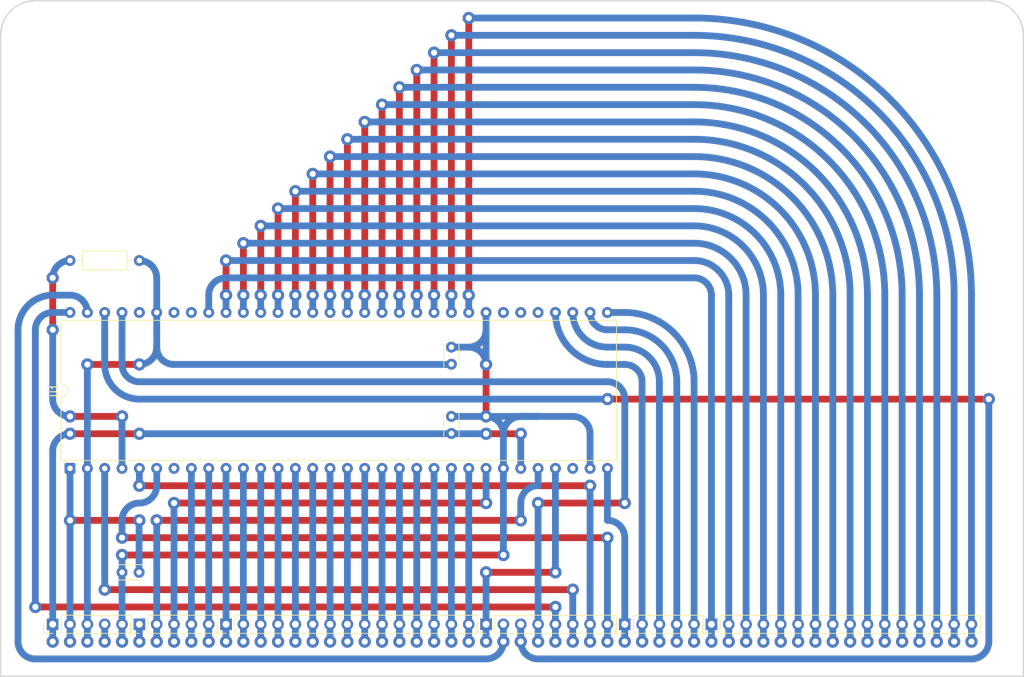
<source format=kicad_pcb>
(kicad_pcb (version 20241229) (generator "pcbnew") (generator_version "9.0")
  (layers (0 "F.Cu" signal) (2 "B.Cu" signal) (13 "F.Paste" user) (15 "B.Paste" user) (5 "F.SilkS" user "F.Silkscreen") (7 "B.SilkS" user "B.Silkscreen") (1 "F.Mask" user) (3 "B.Mask" user) (25 "Edge.Cuts" user))
  (net 0 "")
  (net 1 "PHI1")
  (net 2 "PHI4")
  (net 3 "GND")
  (net 4 "-5V")
  (net 5 "+12V")
  (net 6 "+5V")
  (net 7 "/{slash}HOLD")
  (net 8 "/WAIT")
  (net 9 "/HOLDA")
  (net 10 "/READY")
  (net 11 "/{slash}RESET")
  (net 12 "/DBIN")
  (net 13 "/{slash}WE")
  (net 14 "/{slash}MEMIN")
  (net 15 "/AD10")
  (net 16 "/AD8")
  (net 17 "/AD15")
  (net 18 "/AD3")
  (net 19 "/AD2")
  (net 20 "/AD7")
  (net 21 "/AD13")
  (net 22 "/AD4")
  (net 23 "/AD5")
  (net 24 "/AD14")
  (net 25 "/AD12")
  (net 26 "/AD1")
  (net 27 "/AD9")
  (net 28 "/AD11")
  (net 29 "/AD6")
  (net 30 "/DA5")
  (net 31 "/DA7")
  (net 32 "/DA15")
  (net 33 "/DA8")
  (net 34 "/DA2")
  (net 35 "/DA1")
  (net 36 "/DA14")
  (net 37 "/DA10")
  (net 38 "/DA0")
  (net 39 "/DA6")
  (net 40 "/DA4")
  (net 41 "/DA3")
  (net 42 "/DA13")
  (net 43 "/DA12")
  (net 44 "/DA9")
  (net 45 "/DA11")
  (net 46 "/IC2")
  (net 47 "/IC1")
  (net 48 "/IC3")
  (net 49 "/IC0")
  (net 50 "/IRQ")
  (net 51 "-12V")
  (net 52 "PHI2")
  (net 53 "PHI3")
  (net 54 "unconnected-(J7-Pin_1-Pad1)")
  (net 55 "Net-(U1-LOAD)")
  (footprint "Connector_PinHeader_2.54mm:PinHeader_1x05_P2.54mm_Vertical" (layer "F.Cu") (at 378.46 378.46 90)
    (property "Reference" "J5" (hide yes))
    (property "Value" "Conn_01x05_Pin" (hide yes))
    (pad "1" thru_hole rect (at 0 0 90) (size 1.7 1.7) (drill 1) (layers "*.Cu" "*.Mask") (net 5 "+12V"))
    (pad "2" thru_hole oval (at 0 2.54 90) (size 1.7 1.7) (drill 1) (layers "*.Cu" "*.Mask") (net 4 "-5V"))
    (pad "3" thru_hole oval (at 0 5.08 90) (size 1.7 1.7) (drill 1) (layers "*.Cu" "*.Mask") (net 6 "+5V"))
    (pad "4" thru_hole oval (at 0 7.62 90) (size 1.7 1.7) (drill 1) (layers "*.Cu" "*.Mask") (net 51 "-12V"))
    (pad "5" thru_hole oval (at 0 10.16 90) (size 1.7 1.7) (drill 1) (layers "*.Cu" "*.Mask") (net 3 "GND"))
  )
  (footprint "Connector_PinHeader_2.54mm:PinHeader_1x08_P2.54mm_Vertical" (layer "F.Cu") (at 441.96 378.46 90)
    (property "Reference" "J1" (hide yes))
    (property "Value" "Conn_01x08_Pin" (hide yes))
    (pad "1" thru_hole rect (at 0 0 90) (size 1.7 1.7) (drill 1) (layers "*.Cu" "*.Mask") (net 12 "/DBIN"))
    (pad "2" thru_hole oval (at 0 2.54 90) (size 1.7 1.7) (drill 1) (layers "*.Cu" "*.Mask") (net 14 "/{slash}MEMIN"))
    (pad "3" thru_hole oval (at 0 5.08 90) (size 1.7 1.7) (drill 1) (layers "*.Cu" "*.Mask") (net 10 "/READY"))
    (pad "4" thru_hole oval (at 0 7.62 90) (size 1.7 1.7) (drill 1) (layers "*.Cu" "*.Mask") (net 13 "/{slash}WE"))
    (pad "5" thru_hole oval (at 0 10.16 90) (size 1.7 1.7) (drill 1) (layers "*.Cu" "*.Mask") (net 7 "/{slash}HOLD"))
    (pad "6" thru_hole oval (at 0 12.7 90) (size 1.7 1.7) (drill 1) (layers "*.Cu" "*.Mask") (net 8 "/WAIT"))
    (pad "7" thru_hole oval (at 0 15.24 90) (size 1.7 1.7) (drill 1) (layers "*.Cu" "*.Mask") (net 9 "/HOLDA"))
    (pad "8" thru_hole oval (at 0 17.78 90) (size 1.7 1.7) (drill 1) (layers "*.Cu" "*.Mask") (net 11 "/{slash}RESET"))
  )
  (footprint "Connector_PinHeader_2.54mm:PinHeader_1x16_P2.54mm_Vertical" (layer "F.Cu") (at 474.98 378.46 90)
    (property "Reference" "J3" (hide yes))
    (property "Value" "Conn_01x16_Pin" (hide yes))
    (pad "1" thru_hole rect (at 0 0 90) (size 1.7 1.7) (drill 1) (layers "*.Cu" "*.Mask") (net 38 "/DA0"))
    (pad "2" thru_hole oval (at 0 2.54 90) (size 1.7 1.7) (drill 1) (layers "*.Cu" "*.Mask") (net 35 "/DA1"))
    (pad "3" thru_hole oval (at 0 5.08 90) (size 1.7 1.7) (drill 1) (layers "*.Cu" "*.Mask") (net 34 "/DA2"))
    (pad "4" thru_hole oval (at 0 7.62 90) (size 1.7 1.7) (drill 1) (layers "*.Cu" "*.Mask") (net 41 "/DA3"))
    (pad "5" thru_hole oval (at 0 10.16 90) (size 1.7 1.7) (drill 1) (layers "*.Cu" "*.Mask") (net 40 "/DA4"))
    (pad "6" thru_hole oval (at 0 12.7 90) (size 1.7 1.7) (drill 1) (layers "*.Cu" "*.Mask") (net 30 "/DA5"))
    (pad "7" thru_hole oval (at 0 15.24 90) (size 1.7 1.7) (drill 1) (layers "*.Cu" "*.Mask") (net 39 "/DA6"))
    (pad "8" thru_hole oval (at 0 17.78 90) (size 1.7 1.7) (drill 1) (layers "*.Cu" "*.Mask") (net 31 "/DA7"))
    (pad "9" thru_hole oval (at 0 20.32 90) (size 1.7 1.7) (drill 1) (layers "*.Cu" "*.Mask") (net 33 "/DA8"))
    (pad "10" thru_hole oval (at 0 22.86 90) (size 1.7 1.7) (drill 1) (layers "*.Cu" "*.Mask") (net 44 "/DA9"))
    (pad "11" thru_hole oval (at 0 25.4 90) (size 1.7 1.7) (drill 1) (layers "*.Cu" "*.Mask") (net 37 "/DA10"))
    (pad "12" thru_hole oval (at 0 27.94 90) (size 1.7 1.7) (drill 1) (layers "*.Cu" "*.Mask") (net 45 "/DA11"))
    (pad "13" thru_hole oval (at 0 30.48 90) (size 1.7 1.7) (drill 1) (layers "*.Cu" "*.Mask") (net 43 "/DA12"))
    (pad "14" thru_hole oval (at 0 33.02 90) (size 1.7 1.7) (drill 1) (layers "*.Cu" "*.Mask") (net 42 "/DA13"))
    (pad "15" thru_hole oval (at 0 35.56 90) (size 1.7 1.7) (drill 1) (layers "*.Cu" "*.Mask") (net 36 "/DA14"))
    (pad "16" thru_hole oval (at 0 38.1 90) (size 1.7 1.7) (drill 1) (layers "*.Cu" "*.Mask") (net 32 "/DA15"))
  )
  (footprint "Connector_PinHeader_2.54mm:PinHeader_1x05_P2.54mm_Vertical" (layer "F.Cu") (at 391.16 378.46 90)
    (property "Reference" "J7" (hide yes))
    (property "Value" "Conn_01x05_Pin" (hide yes))
    (pad "1" thru_hole rect (at 0 0 90) (size 1.7 1.7) (drill 1) (layers "*.Cu" "*.Mask") (net 54 "unconnected-(J7-Pin_1-Pad1)"))
    (pad "2" thru_hole oval (at 0 2.54 90) (size 1.7 1.7) (drill 1) (layers "*.Cu" "*.Mask") (net 53 "PHI3"))
    (pad "3" thru_hole oval (at 0 5.08 90) (size 1.7 1.7) (drill 1) (layers "*.Cu" "*.Mask") (net 2 "PHI4"))
    (pad "4" thru_hole oval (at 0 7.62 90) (size 1.7 1.7) (drill 1) (layers "*.Cu" "*.Mask") (net 1 "PHI1"))
    (pad "5" thru_hole oval (at 0 10.16 90) (size 1.7 1.7) (drill 1) (layers "*.Cu" "*.Mask") (net 52 "PHI2"))
  )
  (footprint "Package_DIP:DIP-64_W22.86mm" (layer "F.Cu") (at 381 355.6 90)
    (property "Reference" "U1" (at 11.43 -2.33 90) (layer "F.SilkS"))
    (property "Value" "TMS9900")
    (pad "1" thru_hole roundrect (at 0 0 90) (size 1.6 1.6) (drill 0.8) (layers "*.Cu" "*.Mask") (roundrect_rratio 0.15625) (net 4 "-5V"))
    (pad "2" thru_hole circle (at 0 2.54 90) (size 1.6 1.6) (drill 0.8) (layers "*.Cu" "*.Mask") (net 6 "+5V"))
    (pad "3" thru_hole circle (at 0 5.08 90) (size 1.6 1.6) (drill 0.8) (layers "*.Cu" "*.Mask") (net 8 "/WAIT"))
    (pad "4" thru_hole circle (at 0 7.62 90) (size 1.6 1.6) (drill 0.8) (layers "*.Cu" "*.Mask") (net 55 "Net-(U1-LOAD)"))
    (pad "5" thru_hole circle (at 0 10.16 90) (size 1.6 1.6) (drill 0.8) (layers "*.Cu" "*.Mask") (net 9 "/HOLDA"))
    (pad "6" thru_hole circle (at 0 12.7 90) (size 1.6 1.6) (drill 0.8) (layers "*.Cu" "*.Mask") (net 11 "/{slash}RESET"))
    (pad "7" thru_hole circle (at 0 15.24 90) (size 1.6 1.6) (drill 0.8) (layers "*.Cu" "*.Mask"))
    (pad "8" thru_hole circle (at 0 17.78 90) (size 1.6 1.6) (drill 0.8) (layers "*.Cu" "*.Mask") (net 1 "PHI1"))
    (pad "9" thru_hole circle (at 0 20.32 90) (size 1.6 1.6) (drill 0.8) (layers "*.Cu" "*.Mask") (net 52 "PHI2"))
    (pad "10" thru_hole circle (at 0 22.86 90) (size 1.6 1.6) (drill 0.8) (layers "*.Cu" "*.Mask") (net 26 "/AD1"))
    (pad "11" thru_hole circle (at 0 25.4 90) (size 1.6 1.6) (drill 0.8) (layers "*.Cu" "*.Mask") (net 19 "/AD2"))
    (pad "12" thru_hole circle (at 0 27.94 90) (size 1.6 1.6) (drill 0.8) (layers "*.Cu" "*.Mask") (net 18 "/AD3"))
    (pad "13" thru_hole circle (at 0 30.48 90) (size 1.6 1.6) (drill 0.8) (layers "*.Cu" "*.Mask") (net 22 "/AD4"))
    (pad "14" thru_hole circle (at 0 33.02 90) (size 1.6 1.6) (drill 0.8) (layers "*.Cu" "*.Mask") (net 23 "/AD5"))
    (pad "15" thru_hole circle (at 0 35.56 90) (size 1.6 1.6) (drill 0.8) (layers "*.Cu" "*.Mask") (net 29 "/AD6"))
    (pad "16" thru_hole circle (at 0 38.1 90) (size 1.6 1.6) (drill 0.8) (layers "*.Cu" "*.Mask") (net 20 "/AD7"))
    (pad "17" thru_hole circle (at 0 40.64 90) (size 1.6 1.6) (drill 0.8) (layers "*.Cu" "*.Mask") (net 16 "/AD8"))
    (pad "18" thru_hole circle (at 0 43.18 90) (size 1.6 1.6) (drill 0.8) (layers "*.Cu" "*.Mask") (net 27 "/AD9"))
    (pad "19" thru_hole circle (at 0 45.72 90) (size 1.6 1.6) (drill 0.8) (layers "*.Cu" "*.Mask") (net 15 "/AD10"))
    (pad "20" thru_hole circle (at 0 48.26 90) (size 1.6 1.6) (drill 0.8) (layers "*.Cu" "*.Mask") (net 28 "/AD11"))
    (pad "21" thru_hole circle (at 0 50.8 90) (size 1.6 1.6) (drill 0.8) (layers "*.Cu" "*.Mask") (net 25 "/AD12"))
    (pad "22" thru_hole circle (at 0 53.34 90) (size 1.6 1.6) (drill 0.8) (layers "*.Cu" "*.Mask") (net 21 "/AD13"))
    (pad "23" thru_hole circle (at 0 55.88 90) (size 1.6 1.6) (drill 0.8) (layers "*.Cu" "*.Mask") (net 24 "/AD14"))
    (pad "24" thru_hole circle (at 0 58.42 90) (size 1.6 1.6) (drill 0.8) (layers "*.Cu" "*.Mask") (net 17 "/AD15"))
    (pad "25" thru_hole circle (at 0 60.96 90) (size 1.6 1.6) (drill 0.8) (layers "*.Cu" "*.Mask") (net 2 "PHI4"))
    (pad "26" thru_hole circle (at 0 63.5 90) (size 1.6 1.6) (drill 0.8) (layers "*.Cu" "*.Mask") (net 3 "GND"))
    (pad "27" thru_hole circle (at 0 66.04 90) (size 1.6 1.6) (drill 0.8) (layers "*.Cu" "*.Mask") (net 5 "+12V"))
    (pad "28" thru_hole circle (at 0 68.58 90) (size 1.6 1.6) (drill 0.8) (layers "*.Cu" "*.Mask") (net 53 "PHI3"))
    (pad "29" thru_hole circle (at 0 71.12 90) (size 1.6 1.6) (drill 0.8) (layers "*.Cu" "*.Mask") (net 12 "/DBIN"))
    (pad "30" thru_hole circle (at 0 73.66 90) (size 1.6 1.6) (drill 0.8) (layers "*.Cu" "*.Mask"))
    (pad "31" thru_hole circle (at 0 76.2 90) (size 1.6 1.6) (drill 0.8) (layers "*.Cu" "*.Mask") (net 3 "GND"))
    (pad "32" thru_hole circle (at 0 78.74 90) (size 1.6 1.6) (drill 0.8) (layers "*.Cu" "*.Mask") (net 50 "/IRQ"))
    (pad "33" thru_hole circle (at 22.86 78.74 90) (size 1.6 1.6) (drill 0.8) (layers "*.Cu" "*.Mask") (net 48 "/IC3"))
    (pad "34" thru_hole circle (at 22.86 76.2 90) (size 1.6 1.6) (drill 0.8) (layers "*.Cu" "*.Mask") (net 46 "/IC2"))
    (pad "35" thru_hole circle (at 22.86 73.66 90) (size 1.6 1.6) (drill 0.8) (layers "*.Cu" "*.Mask") (net 47 "/IC1"))
    (pad "36" thru_hole circle (at 22.86 71.12 90) (size 1.6 1.6) (drill 0.8) (layers "*.Cu" "*.Mask") (net 49 "/IC0"))
    (pad "37" thru_hole circle (at 22.86 68.58 90) (size 1.6 1.6) (drill 0.8) (layers "*.Cu" "*.Mask"))
    (pad "38" thru_hole circle (at 22.86 66.04 90) (size 1.6 1.6) (drill 0.8) (layers "*.Cu" "*.Mask"))
    (pad "39" thru_hole circle (at 22.86 63.5 90) (size 1.6 1.6) (drill 0.8) (layers "*.Cu" "*.Mask"))
    (pad "40" thru_hole circle (at 22.86 60.96 90) (size 1.6 1.6) (drill 0.8) (layers "*.Cu" "*.Mask") (net 3 "GND"))
    (pad "41" thru_hole circle (at 22.86 58.42 90) (size 1.6 1.6) (drill 0.8) (layers "*.Cu" "*.Mask") (net 32 "/DA15"))
    (pad "42" thru_hole circle (at 22.86 55.88 90) (size 1.6 1.6) (drill 0.8) (layers "*.Cu" "*.Mask") (net 36 "/DA14"))
    (pad "43" thru_hole circle (at 22.86 53.34 90) (size 1.6 1.6) (drill 0.8) (layers "*.Cu" "*.Mask") (net 42 "/DA13"))
    (pad "44" thru_hole circle (at 22.86 50.8 90) (size 1.6 1.6) (drill 0.8) (layers "*.Cu" "*.Mask") (net 43 "/DA12"))
    (pad "45" thru_hole circle (at 22.86 48.26 90) (size 1.6 1.6) (drill 0.8) (layers "*.Cu" "*.Mask") (net 45 "/DA11"))
    (pad "46" thru_hole circle (at 22.86 45.72 90) (size 1.6 1.6) (drill 0.8) (layers "*.Cu" "*.Mask") (net 37 "/DA10"))
    (pad "47" thru_hole circle (at 22.86 43.18 90) (size 1.6 1.6) (drill 0.8) (layers "*.Cu" "*.Mask") (net 44 "/DA9"))
    (pad "48" thru_hole circle (at 22.86 40.64 90) (size 1.6 1.6) (drill 0.8) (layers "*.Cu" "*.Mask") (net 33 "/DA8"))
    (pad "49" thru_hole circle (at 22.86 38.1 90) (size 1.6 1.6) (drill 0.8) (layers "*.Cu" "*.Mask") (net 31 "/DA7"))
    (pad "50" thru_hole circle (at 22.86 35.56 90) (size 1.6 1.6) (drill 0.8) (layers "*.Cu" "*.Mask") (net 39 "/DA6"))
    (pad "51" thru_hole circle (at 22.86 33.02 90) (size 1.6 1.6) (drill 0.8) (layers "*.Cu" "*.Mask") (net 30 "/DA5"))
    (pad "52" thru_hole circle (at 22.86 30.48 90) (size 1.6 1.6) (drill 0.8) (layers "*.Cu" "*.Mask") (net 40 "/DA4"))
    (pad "53" thru_hole circle (at 22.86 27.94 90) (size 1.6 1.6) (drill 0.8) (layers "*.Cu" "*.Mask") (net 41 "/DA3"))
    (pad "54" thru_hole circle (at 22.86 25.4 90) (size 1.6 1.6) (drill 0.8) (layers "*.Cu" "*.Mask") (net 34 "/DA2"))
    (pad "55" thru_hole circle (at 22.86 22.86 90) (size 1.6 1.6) (drill 0.8) (layers "*.Cu" "*.Mask") (net 35 "/DA1"))
    (pad "56" thru_hole circle (at 22.86 20.32 90) (size 1.6 1.6) (drill 0.8) (layers "*.Cu" "*.Mask") (net 38 "/DA0"))
    (pad "57" thru_hole circle (at 22.86 17.78 90) (size 1.6 1.6) (drill 0.8) (layers "*.Cu" "*.Mask"))
    (pad "58" thru_hole circle (at 22.86 15.24 90) (size 1.6 1.6) (drill 0.8) (layers "*.Cu" "*.Mask"))
    (pad "59" thru_hole circle (at 22.86 12.7 90) (size 1.6 1.6) (drill 0.8) (layers "*.Cu" "*.Mask") (net 6 "+5V"))
    (pad "60" thru_hole circle (at 22.86 10.16 90) (size 1.6 1.6) (drill 0.8) (layers "*.Cu" "*.Mask"))
    (pad "61" thru_hole circle (at 22.86 7.62 90) (size 1.6 1.6) (drill 0.8) (layers "*.Cu" "*.Mask") (net 13 "/{slash}WE"))
    (pad "62" thru_hole circle (at 22.86 5.08 90) (size 1.6 1.6) (drill 0.8) (layers "*.Cu" "*.Mask") (net 10 "/READY"))
    (pad "63" thru_hole circle (at 22.86 2.54 90) (size 1.6 1.6) (drill 0.8) (layers "*.Cu" "*.Mask") (net 14 "/{slash}MEMIN"))
    (pad "64" thru_hole circle (at 22.86 0 90) (size 1.6 1.6) (drill 0.8) (layers "*.Cu" "*.Mask") (net 7 "/{slash}HOLD"))
  )
  (footprint "Connector_PinHeader_2.54mm:PinHeader_1x05_P2.54mm_Vertical" (layer "F.Cu") (at 462.28 378.46 90)
    (property "Reference" "J4" (hide yes))
    (property "Value" "Conn_01x05_Pin" (hide yes))
    (pad "1" thru_hole rect (at 0 0 90) (size 1.7 1.7) (drill 1) (layers "*.Cu" "*.Mask") (net 50 "/IRQ"))
    (pad "2" thru_hole oval (at 0 2.54 90) (size 1.7 1.7) (drill 1) (layers "*.Cu" "*.Mask") (net 49 "/IC0"))
    (pad "3" thru_hole oval (at 0 5.08 90) (size 1.7 1.7) (drill 1) (layers "*.Cu" "*.Mask") (net 47 "/IC1"))
    (pad "4" thru_hole oval (at 0 7.62 90) (size 1.7 1.7) (drill 1) (layers "*.Cu" "*.Mask") (net 46 "/IC2"))
    (pad "5" thru_hole oval (at 0 10.16 90) (size 1.7 1.7) (drill 1) (layers "*.Cu" "*.Mask") (net 48 "/IC3"))
  )
  (footprint "Connector_PinHeader_2.54mm:PinHeader_1x15_P2.54mm_Vertical" (layer "F.Cu") (at 403.86 378.46 90)
    (property "Reference" "J2" (hide yes))
    (property "Value" "Conn_01x15_Pin" (hide yes))
    (pad "1" thru_hole rect (at 0 0 90) (size 1.7 1.7) (drill 1) (layers "*.Cu" "*.Mask") (net 26 "/AD1"))
    (pad "2" thru_hole oval (at 0 2.54 90) (size 1.7 1.7) (drill 1) (layers "*.Cu" "*.Mask") (net 19 "/AD2"))
    (pad "3" thru_hole oval (at 0 5.08 90) (size 1.7 1.7) (drill 1) (layers "*.Cu" "*.Mask") (net 18 "/AD3"))
    (pad "4" thru_hole oval (at 0 7.62 90) (size 1.7 1.7) (drill 1) (layers "*.Cu" "*.Mask") (net 22 "/AD4"))
    (pad "5" thru_hole oval (at 0 10.16 90) (size 1.7 1.7) (drill 1) (layers "*.Cu" "*.Mask") (net 23 "/AD5"))
    (pad "6" thru_hole oval (at 0 12.7 90) (size 1.7 1.7) (drill 1) (layers "*.Cu" "*.Mask") (net 29 "/AD6"))
    (pad "7" thru_hole oval (at 0 15.24 90) (size 1.7 1.7) (drill 1) (layers "*.Cu" "*.Mask") (net 20 "/AD7"))
    (pad "8" thru_hole oval (at 0 17.78 90) (size 1.7 1.7) (drill 1) (layers "*.Cu" "*.Mask") (net 16 "/AD8"))
    (pad "9" thru_hole oval (at 0 20.32 90) (size 1.7 1.7) (drill 1) (layers "*.Cu" "*.Mask") (net 27 "/AD9"))
    (pad "10" thru_hole oval (at 0 22.86 90) (size 1.7 1.7) (drill 1) (layers "*.Cu" "*.Mask") (net 15 "/AD10"))
    (pad "11" thru_hole oval (at 0 25.4 90) (size 1.7 1.7) (drill 1) (layers "*.Cu" "*.Mask") (net 28 "/AD11"))
    (pad "12" thru_hole oval (at 0 27.94 90) (size 1.7 1.7) (drill 1) (layers "*.Cu" "*.Mask") (net 25 "/AD12"))
    (pad "13" thru_hole oval (at 0 30.48 90) (size 1.7 1.7) (drill 1) (layers "*.Cu" "*.Mask") (net 21 "/AD13"))
    (pad "14" thru_hole oval (at 0 33.02 90) (size 1.7 1.7) (drill 1) (layers "*.Cu" "*.Mask") (net 24 "/AD14"))
    (pad "15" thru_hole oval (at 0 35.56 90) (size 1.7 1.7) (drill 1) (layers "*.Cu" "*.Mask") (net 17 "/AD15"))
  )
  (footprint "Resistor_THT:R_Axial_DIN0207_L6.3mm_D2.5mm_P10.16mm_Horizontal" (layer "F.Cu") (at 391.16 325.12 180)
    (property "Reference" "R1" (hide yes))
    (property "Value" "1k")
    (pad "1" thru_hole circle (at 0 0 180) (size 1.6 1.6) (drill 0.8) (layers "*.Cu" "*.Mask") (net 6 "+5V"))
    (pad "2" thru_hole oval (at 10.16 0 180) (size 1.6 1.6) (drill 0.8) (layers "*.Cu" "*.Mask") (net 55 "Net-(U1-LOAD)"))
  )
  (footprint "Capacitor_THT:C_Disc_D3.0mm_W2.0mm_P2.50mm" (layer "F.Cu") (at 436.88 340.32 90)
    (property "Reference" "C4" (hide yes))
    (property "Value" "104" (hide yes))
    (pad "1" thru_hole circle (at 0 0 90) (size 1.6 1.6) (drill 0.8) (layers "*.Cu" "*.Mask") (net 6 "+5V"))
    (pad "2" thru_hole circle (at 2.5 0 90) (size 1.6 1.6) (drill 0.8) (layers "*.Cu" "*.Mask") (net 3 "GND"))
  )
  (footprint "Capacitor_THT:C_Disc_D3.0mm_W2.0mm_P2.50mm" (layer "F.Cu") (at 436.88 350.48 90)
    (property "Reference" "C3" (hide yes))
    (property "Value" "104" (hide yes))
    (pad "1" thru_hole circle (at 0 0 90) (size 1.6 1.6) (drill 0.8) (layers "*.Cu" "*.Mask") (net 5 "+12V"))
    (pad "2" thru_hole circle (at 2.5 0 90) (size 1.6 1.6) (drill 0.8) (layers "*.Cu" "*.Mask") (net 3 "GND"))
  )
  (footprint "Capacitor_THT:C_Disc_D3.0mm_W2.0mm_P2.50mm" (layer "F.Cu") (at 391.12 370.84 180)
    (property "Reference" "C2" (hide yes))
    (property "Value" "104" (hide yes))
    (pad "1" thru_hole circle (at 0 0 180) (size 1.6 1.6) (drill 0.8) (layers "*.Cu" "*.Mask") (net 4 "-5V"))
    (pad "2" thru_hole circle (at 2.5 0 180) (size 1.6 1.6) (drill 0.8) (layers "*.Cu" "*.Mask") (net 3 "GND"))
  )
  (gr_line (start 370.84 386.08) (end 520.7 386.08) (stroke (width 0.2)) (layer "Edge.Cuts"))
  (gr_arc (start 515.62 287.02) (mid 519.212102 288.507898) (end 520.7 292.1) (stroke (width 0.2)) (layer "Edge.Cuts"))
  (gr_line (start 515.62 287.02) (end 375.92 287.02) (stroke (width 0.2)) (layer "Edge.Cuts"))
  (gr_line (start 370.84 292.1) (end 370.84 386.08) (stroke (width 0.2)) (layer "Edge.Cuts"))
  (gr_arc (start 370.84 292.1) (mid 372.327898 288.507898) (end 375.92 287.02) (stroke (width 0.2)) (layer "Edge.Cuts"))
  (gr_line (start 520.7 386.08) (end 520.7 292.1) (stroke (width 0.2)) (layer "Edge.Cuts"))
  (via (at 398.78 381) (size 1.8) (drill 0.9) (layers "F.Cu" "B.Cu") (net 1))
  (segment (start 398.78 381) (end 398.78 378.46) (width 1) (layer "B.Cu") (net 1))
  (segment (start 398.78 355.6) (end 398.78 378.46) (width 1) (layer "B.Cu") (net 1))
  (segment (start 396.24 360.68) (end 441.96 360.68) (width 1) (layer "F.Cu") (net 2))
  (via (at 441.96 360.68) (size 1.8) (drill 0.9) (layers "F.Cu" "B.Cu") (net 2))
  (via (at 396.24 360.68) (size 1.8) (drill 0.9) (layers "F.Cu" "B.Cu") (net 2))
  (via (at 396.24 381) (size 1.8) (drill 0.9) (layers "F.Cu" "B.Cu") (net 2))
  (segment (start 396.24 381) (end 396.24 378.46) (width 1) (layer "B.Cu") (net 2))
  (segment (start 396.24 378.46) (end 396.24 360.68) (width 1) (layer "B.Cu") (net 2))
  (segment (start 441.96 360.68) (end 441.96 355.6) (width 1) (layer "B.Cu") (net 2))
  (segment (start 441.96 340.36) (end 441.96 347.98) (width 1) (layer "F.Cu") (net 3))
  (segment (start 444.5 368.3) (end 388.62 368.3) (width 1) (layer "F.Cu") (net 3))
  (via (at 388.62 368.3) (size 1.8) (drill 0.9) (layers "F.Cu" "B.Cu") (net 3))
  (via (at 388.62 381) (size 1.8) (drill 0.9) (layers "F.Cu" "B.Cu") (net 3))
  (via (at 441.96 347.98) (size 1.8) (drill 0.9) (layers "F.Cu" "B.Cu") (net 3))
  (via (at 441.96 340.36) (size 1.8) (drill 0.9) (layers "F.Cu" "B.Cu") (net 3))
  (via (at 444.5 368.3) (size 1.8) (drill 0.9) (layers "F.Cu" "B.Cu") (net 3))
  (segment (start 436.88 337.82) (end 439.42 337.82) (width 1) (layer "B.Cu") (net 3))
  (segment (start 441.96 347.98) (end 436.88 347.98) (width 1) (layer "B.Cu") (net 3))
  (segment (start 388.62 370.84) (end 388.62 378.46) (width 1) (layer "B.Cu") (net 3))
  (segment (start 388.62 368.3) (end 388.62 370.84) (width 1) (layer "B.Cu") (net 3))
  (segment (start 444.5 365.76) (end 444.5 368.3) (width 1) (layer "B.Cu") (net 3))
  (segment (start 457.2 350.52) (end 457.2 355.6) (width 1) (layer "B.Cu") (net 3))
  (segment (start 449.58 347.98) (end 454.66 347.98) (width 1) (layer "B.Cu") (net 3))
  (segment (start 441.96 335.28) (end 441.96 340.36) (width 1) (layer "B.Cu") (net 3))
  (segment (start 444.5 355.6) (end 444.5 350.52) (width 1) (layer "B.Cu") (net 3))
  (segment (start 441.96 347.98) (end 449.58 347.98) (width 1) (layer "B.Cu") (net 3))
  (segment (start 444.5 355.6) (end 444.5 365.76) (width 1) (layer "B.Cu") (net 3))
  (segment (start 441.96 332.74) (end 441.96 335.28) (width 1) (layer "B.Cu") (net 3))
  (segment (start 388.62 381) (end 388.62 378.46) (width 1) (layer "B.Cu") (net 3))
  (segment (start 447.04 347.98) (end 449.58 347.98) (width 1) (layer "B.Cu") (net 3))
  (arc (start 444.5 350.52) (mid 443.756051 348.723949) (end 441.96 347.98) (width 1) (layer "B.Cu") (net 3))
  (arc (start 439.42 337.82) (mid 441.216051 338.563949) (end 441.96 340.36) (width 1) (layer "B.Cu") (net 3))
  (arc (start 444.5 350.52) (mid 445.243949 348.723949) (end 447.04 347.98) (width 1) (layer "B.Cu") (net 3))
  (arc (start 439.42 337.82) (mid 441.216051 337.076051) (end 441.96 335.28) (width 1) (layer "B.Cu") (net 3))
  (arc (start 454.66 347.98) (mid 456.456051 348.723949) (end 457.2 350.52) (width 1) (layer "B.Cu") (net 3))
  (segment (start 391.16 363.22) (end 381 363.22) (width 1) (layer "F.Cu") (net 4))
  (via (at 391.16 363.22) (size 1.8) (drill 0.9) (layers "F.Cu" "B.Cu") (net 4))
  (via (at 381 363.22) (size 1.8) (drill 0.9) (layers "F.Cu" "B.Cu") (net 4))
  (via (at 381 381) (size 1.8) (drill 0.9) (layers "F.Cu" "B.Cu") (net 4))
  (segment (start 381 355.6) (end 381 363.22) (width 1) (layer "B.Cu") (net 4))
  (segment (start 381 363.22) (end 381 378.46) (width 1) (layer "B.Cu") (net 4))
  (segment (start 381 381) (end 381 378.46) (width 1) (layer "B.Cu") (net 4))
  (segment (start 391.12 370.84) (end 391.12 363.26) (width 1) (layer "B.Cu") (net 4))
  (arc (start 391.12 363.26) (mid 391.131716 363.231716) (end 391.16 363.22) (width 1) (layer "B.Cu") (net 4))
  (segment (start 441.96 350.52) (end 447.04 350.52) (width 1) (layer "F.Cu") (net 5))
  (segment (start 381 350.52) (end 391.16 350.52) (width 1) (layer "F.Cu") (net 5))
  (via (at 391.16 350.52) (size 1.8) (drill 0.9) (layers "F.Cu" "B.Cu") (net 5))
  (via (at 378.46 381) (size 1.8) (drill 0.9) (layers "F.Cu" "B.Cu") (net 5))
  (via (at 381 350.52) (size 1.8) (drill 0.9) (layers "F.Cu" "B.Cu") (net 5))
  (via (at 447.04 350.52) (size 1.8) (drill 0.9) (layers "F.Cu" "B.Cu") (net 5))
  (via (at 441.96 350.52) (size 1.8) (drill 0.9) (layers "F.Cu" "B.Cu") (net 5))
  (segment (start 378.46 381) (end 378.46 378.46) (width 1) (layer "B.Cu") (net 5))
  (segment (start 441.96 350.52) (end 436.92 350.52) (width 1) (layer "B.Cu") (net 5))
  (segment (start 447.04 350.52) (end 447.04 355.6) (width 1) (layer "B.Cu") (net 5))
  (segment (start 378.46 378.46) (end 378.46 353.06) (width 1) (layer "B.Cu") (net 5))
  (segment (start 436.84 350.52) (end 391.16 350.52) (width 1) (layer "B.Cu") (net 5))
  (arc (start 378.46 353.06) (mid 379.203949 351.263949) (end 381 350.52) (width 1) (layer "B.Cu") (net 5))
  (arc (start 436.88 350.48) (mid 436.868284 350.508284) (end 436.84 350.52) (width 1) (layer "B.Cu") (net 5))
  (arc (start 436.92 350.52) (mid 436.891716 350.508284) (end 436.88 350.48) (width 1) (layer "B.Cu") (net 5))
  (segment (start 391.16 340.36) (end 383.54 340.36) (width 1) (layer "F.Cu") (net 6))
  (via (at 383.54 340.36) (size 1.8) (drill 0.9) (layers "F.Cu" "B.Cu") (net 6))
  (via (at 383.54 381) (size 1.8) (drill 0.9) (layers "F.Cu" "B.Cu") (net 6))
  (via (at 391.16 340.36) (size 1.8) (drill 0.9) (layers "F.Cu" "B.Cu") (net 6))
  (segment (start 396.24 340.36) (end 436.84 340.36) (width 1) (layer "B.Cu") (net 6))
  (segment (start 393.7 327.66) (end 393.7 332.74) (width 1) (layer "B.Cu") (net 6))
  (segment (start 383.54 340.36) (end 383.54 355.6) (width 1) (layer "B.Cu") (net 6))
  (segment (start 393.7 335.28) (end 393.7 337.82) (width 1) (layer "B.Cu") (net 6))
  (segment (start 393.7 332.74) (end 393.7 335.28) (width 1) (layer "B.Cu") (net 6))
  (segment (start 383.54 381) (end 383.54 378.46) (width 1) (layer "B.Cu") (net 6))
  (segment (start 383.54 355.6) (end 383.54 378.46) (width 1) (layer "B.Cu") (net 6))
  (arc (start 391.16 325.12) (mid 392.956051 325.863949) (end 393.7 327.66) (width 1) (layer "B.Cu") (net 6))
  (arc (start 393.7 337.82) (mid 394.443949 339.616051) (end 396.24 340.36) (width 1) (layer "B.Cu") (net 6))
  (arc (start 393.7 337.82) (mid 392.956051 339.616051) (end 391.16 340.36) (width 1) (layer "B.Cu") (net 6))
  (arc (start 436.84 340.36) (mid 436.868284 340.348284) (end 436.88 340.32) (width 1) (layer "B.Cu") (net 6))
  (segment (start 375.92 375.92) (end 452.12 375.92) (width 1) (layer "F.Cu") (net 7))
  (via (at 375.92 375.92) (size 1.8) (drill 0.9) (layers "F.Cu" "B.Cu") (net 7))
  (via (at 452.12 381) (size 1.8) (drill 0.9) (layers "F.Cu" "B.Cu") (net 7))
  (via (at 452.12 375.92) (size 1.8) (drill 0.9) (layers "F.Cu" "B.Cu") (net 7))
  (segment (start 381 332.74) (end 378.46 332.74) (width 1) (layer "B.Cu") (net 7))
  (segment (start 375.92 335.28) (end 375.92 375.92) (width 1) (layer "B.Cu") (net 7))
  (segment (start 452.12 381) (end 452.12 378.46) (width 1) (layer "B.Cu") (net 7))
  (segment (start 452.12 375.92) (end 452.12 378.46) (width 1) (layer "B.Cu") (net 7))
  (arc (start 378.46 332.74) (mid 376.663949 333.483949) (end 375.92 335.28) (width 1) (layer "B.Cu") (net 7))
  (segment (start 386.08 373.38) (end 454.66 373.38) (width 1) (layer "F.Cu") (net 8))
  (via (at 454.66 381) (size 1.8) (drill 0.9) (layers "F.Cu" "B.Cu") (net 8))
  (via (at 386.08 373.38) (size 1.8) (drill 0.9) (layers "F.Cu" "B.Cu") (net 8))
  (via (at 454.66 373.38) (size 1.8) (drill 0.9) (layers "F.Cu" "B.Cu") (net 8))
  (segment (start 454.66 381) (end 454.66 378.46) (width 1) (layer "B.Cu") (net 8))
  (segment (start 386.08 355.6) (end 386.08 373.38) (width 1) (layer "B.Cu") (net 8))
  (segment (start 454.66 373.38) (end 454.66 378.46) (width 1) (layer "B.Cu") (net 8))
  (segment (start 457.2 358.14) (end 391.16 358.14) (width 1) (layer "F.Cu") (net 9))
  (via (at 457.2 381) (size 1.8) (drill 0.9) (layers "F.Cu" "B.Cu") (net 9))
  (via (at 391.16 358.14) (size 1.8) (drill 0.9) (layers "F.Cu" "B.Cu") (net 9))
  (via (at 457.2 358.14) (size 1.8) (drill 0.9) (layers "F.Cu" "B.Cu") (net 9))
  (segment (start 457.2 378.46) (end 457.2 373.38) (width 1) (layer "B.Cu") (net 9))
  (segment (start 391.16 358.14) (end 391.16 355.6) (width 1) (layer "B.Cu") (net 9))
  (segment (start 457.2 373.38) (end 457.2 358.14) (width 1) (layer "B.Cu") (net 9))
  (segment (start 457.2 381) (end 457.2 378.46) (width 1) (layer "B.Cu") (net 9))
  (segment (start 459.74 345.44) (end 515.62 345.44) (width 1) (layer "F.Cu") (net 10))
  (via (at 447.04 381) (size 1.8) (drill 0.9) (layers "F.Cu" "B.Cu") (net 10))
  (via (at 459.74 345.44) (size 1.8) (drill 0.9) (layers "F.Cu" "B.Cu") (net 10))
  (via (at 515.62 345.44) (size 1.8) (drill 0.9) (layers "F.Cu" "B.Cu") (net 10))
  (segment (start 513.08 383.54) (end 449.58 383.54) (width 1) (layer "B.Cu") (net 10))
  (segment (start 447.04 381) (end 447.04 378.46) (width 1) (layer "B.Cu") (net 10))
  (segment (start 391.16 345.44) (end 459.74 345.44) (width 1) (layer "B.Cu") (net 10))
  (segment (start 386.08 332.74) (end 386.08 340.36) (width 1) (layer "B.Cu") (net 10))
  (segment (start 515.62 345.44) (end 515.62 381) (width 1) (layer "B.Cu") (net 10))
  (arc (start 386.08 340.36) (mid 387.567898 343.952102) (end 391.16 345.44) (width 1) (layer "B.Cu") (net 10))
  (arc (start 515.62 381) (mid 514.876051 382.796051) (end 513.08 383.54) (width 1) (layer "B.Cu") (net 10))
  (arc (start 449.58 383.54) (mid 447.783949 382.796051) (end 447.04 381) (width 1) (layer "B.Cu") (net 10))
  (segment (start 388.62 365.76) (end 459.74 365.76) (width 1) (layer "F.Cu") (net 11))
  (via (at 459.74 381) (size 1.8) (drill 0.9) (layers "F.Cu" "B.Cu") (net 11))
  (via (at 459.74 365.76) (size 1.8) (drill 0.9) (layers "F.Cu" "B.Cu") (net 11))
  (via (at 388.62 365.76) (size 1.8) (drill 0.9) (layers "F.Cu" "B.Cu") (net 11))
  (segment (start 388.62 365.76) (end 388.62 363.22) (width 1) (layer "B.Cu") (net 11))
  (segment (start 459.74 365.76) (end 459.74 378.46) (width 1) (layer "B.Cu") (net 11))
  (segment (start 393.7 358.14) (end 393.7 355.6) (width 1) (layer "B.Cu") (net 11))
  (segment (start 459.74 381) (end 459.74 378.46) (width 1) (layer "B.Cu") (net 11))
  (arc (start 388.62 363.22) (mid 389.363949 361.423949) (end 391.16 360.68) (width 1) (layer "B.Cu") (net 11))
  (arc (start 391.16 360.68) (mid 392.956051 359.936051) (end 393.7 358.14) (width 1) (layer "B.Cu") (net 11))
  (segment (start 452.12 370.84) (end 441.96 370.84) (width 1) (layer "F.Cu") (net 12))
  (via (at 441.96 381) (size 1.8) (drill 0.9) (layers "F.Cu" "B.Cu") (net 12))
  (via (at 452.12 370.84) (size 1.8) (drill 0.9) (layers "F.Cu" "B.Cu") (net 12))
  (via (at 441.96 370.84) (size 1.8) (drill 0.9) (layers "F.Cu" "B.Cu") (net 12))
  (segment (start 441.96 370.84) (end 441.96 378.46) (width 1) (layer "B.Cu") (net 12))
  (segment (start 452.12 370.84) (end 452.12 355.6) (width 1) (layer "B.Cu") (net 12))
  (segment (start 441.96 381) (end 441.96 378.46) (width 1) (layer "B.Cu") (net 12))
  (segment (start 449.58 360.68) (end 462.28 360.68) (width 1) (layer "F.Cu") (net 13))
  (via (at 462.28 360.68) (size 1.8) (drill 0.9) (layers "F.Cu" "B.Cu") (net 13))
  (via (at 449.58 381) (size 1.8) (drill 0.9) (layers "F.Cu" "B.Cu") (net 13))
  (via (at 449.58 360.68) (size 1.8) (drill 0.9) (layers "F.Cu" "B.Cu") (net 13))
  (segment (start 449.58 360.68) (end 449.58 378.46) (width 1) (layer "B.Cu") (net 13))
  (segment (start 449.58 381) (end 449.58 378.46) (width 1) (layer "B.Cu") (net 13))
  (segment (start 462.28 360.68) (end 462.28 345.44) (width 1) (layer "B.Cu") (net 13))
  (segment (start 459.74 342.9) (end 391.16 342.9) (width 1) (layer "B.Cu") (net 13))
  (segment (start 388.62 340.36) (end 388.62 332.74) (width 1) (layer "B.Cu") (net 13))
  (arc (start 462.28 345.44) (mid 461.536051 343.643949) (end 459.74 342.9) (width 1) (layer "B.Cu") (net 13))
  (arc (start 391.16 342.9) (mid 389.363949 342.156051) (end 388.62 340.36) (width 1) (layer "B.Cu") (net 13))
  (via (at 444.5 381) (size 1.8) (drill 0.9) (layers "F.Cu" "B.Cu") (net 14))
  (segment (start 444.5 381) (end 444.5 378.46) (width 1) (layer "B.Cu") (net 14))
  (segment (start 375.92 383.54) (end 441.96 383.54) (width 1) (layer "B.Cu") (net 14))
  (segment (start 381 330.2) (end 378.46 330.2) (width 1) (layer "B.Cu") (net 14))
  (segment (start 373.38 335.28) (end 373.38 381) (width 1) (layer "B.Cu") (net 14))
  (arc (start 441.96 383.54) (mid 443.756051 382.796051) (end 444.5 381) (width 1) (layer "B.Cu") (net 14))
  (arc (start 373.38 381) (mid 374.123949 382.796051) (end 375.92 383.54) (width 1) (layer "B.Cu") (net 14))
  (arc (start 383.54 332.74) (mid 382.796051 330.943949) (end 381 330.2) (width 1) (layer "B.Cu") (net 14))
  (arc (start 378.46 330.2) (mid 374.867898 331.687898) (end 373.38 335.28) (width 1) (layer "B.Cu") (net 14))
  (via (at 426.72 381) (size 1.8) (drill 0.9) (layers "F.Cu" "B.Cu") (net 15))
  (segment (start 426.72 381) (end 426.72 378.46) (width 1) (layer "B.Cu") (net 15))
  (segment (start 426.72 378.46) (end 426.72 355.6) (width 1) (layer "B.Cu") (net 15))
  (via (at 421.64 381) (size 1.8) (drill 0.9) (layers "F.Cu" "B.Cu") (net 16))
  (segment (start 421.64 381) (end 421.64 378.46) (width 1) (layer "B.Cu") (net 16))
  (segment (start 421.64 378.46) (end 421.64 355.6) (width 1) (layer "B.Cu") (net 16))
  (via (at 439.42 381) (size 1.8) (drill 0.9) (layers "F.Cu" "B.Cu") (net 17))
  (segment (start 439.42 355.6) (end 439.42 378.46) (width 1) (layer "B.Cu") (net 17))
  (segment (start 439.42 381) (end 439.42 378.46) (width 1) (layer "B.Cu") (net 17))
  (via (at 408.94 381) (size 1.8) (drill 0.9) (layers "F.Cu" "B.Cu") (net 18))
  (segment (start 408.94 381) (end 408.94 378.46) (width 1) (layer "B.Cu") (net 18))
  (segment (start 408.94 378.46) (end 408.94 355.6) (width 1) (layer "B.Cu") (net 18))
  (via (at 406.4 381) (size 1.8) (drill 0.9) (layers "F.Cu" "B.Cu") (net 19))
  (segment (start 406.4 381) (end 406.4 378.46) (width 1) (layer "B.Cu") (net 19))
  (segment (start 406.4 355.6) (end 406.4 378.46) (width 1) (layer "B.Cu") (net 19))
  (via (at 419.1 381) (size 1.8) (drill 0.9) (layers "F.Cu" "B.Cu") (net 20))
  (segment (start 419.1 381) (end 419.1 378.46) (width 1) (layer "B.Cu") (net 20))
  (segment (start 419.1 355.6) (end 419.1 378.46) (width 1) (layer "B.Cu") (net 20))
  (via (at 434.34 381) (size 1.8) (drill 0.9) (layers "F.Cu" "B.Cu") (net 21))
  (segment (start 434.34 355.6) (end 434.34 378.46) (width 1) (layer "B.Cu") (net 21))
  (segment (start 434.34 381) (end 434.34 378.46) (width 1) (layer "B.Cu") (net 21))
  (via (at 411.48 381) (size 1.8) (drill 0.9) (layers "F.Cu" "B.Cu") (net 22))
  (segment (start 411.48 381) (end 411.48 378.46) (width 1) (layer "B.Cu") (net 22))
  (segment (start 411.48 355.6) (end 411.48 378.46) (width 1) (layer "B.Cu") (net 22))
  (via (at 414.02 381) (size 1.8) (drill 0.9) (layers "F.Cu" "B.Cu") (net 23))
  (segment (start 414.02 378.46) (end 414.02 355.6) (width 1) (layer "B.Cu") (net 23))
  (segment (start 414.02 381) (end 414.02 378.46) (width 1) (layer "B.Cu") (net 23))
  (via (at 436.88 381) (size 1.8) (drill 0.9) (layers "F.Cu" "B.Cu") (net 24))
  (segment (start 436.88 378.46) (end 436.88 355.6) (width 1) (layer "B.Cu") (net 24))
  (segment (start 436.88 381) (end 436.88 378.46) (width 1) (layer "B.Cu") (net 24))
  (via (at 431.8 381) (size 1.8) (drill 0.9) (layers "F.Cu" "B.Cu") (net 25))
  (segment (start 431.8 381) (end 431.8 378.46) (width 1) (layer "B.Cu") (net 25))
  (segment (start 431.8 378.46) (end 431.8 355.6) (width 1) (layer "B.Cu") (net 25))
  (via (at 403.86 381) (size 1.8) (drill 0.9) (layers "F.Cu" "B.Cu") (net 26))
  (segment (start 403.86 378.46) (end 403.86 355.6) (width 1) (layer "B.Cu") (net 26))
  (segment (start 403.86 381) (end 403.86 378.46) (width 1) (layer "B.Cu") (net 26))
  (via (at 424.18 381) (size 1.8) (drill 0.9) (layers "F.Cu" "B.Cu") (net 27))
  (segment (start 424.18 381) (end 424.18 378.46) (width 1) (layer "B.Cu") (net 27))
  (segment (start 424.18 355.6) (end 424.18 378.46) (width 1) (layer "B.Cu") (net 27))
  (via (at 429.26 381) (size 1.8) (drill 0.9) (layers "F.Cu" "B.Cu") (net 28))
  (segment (start 429.26 381) (end 429.26 378.46) (width 1) (layer "B.Cu") (net 28))
  (segment (start 429.26 355.6) (end 429.26 378.46) (width 1) (layer "B.Cu") (net 28))
  (via (at 416.56 381) (size 1.8) (drill 0.9) (layers "F.Cu" "B.Cu") (net 29))
  (segment (start 416.56 381) (end 416.56 378.46) (width 1) (layer "B.Cu") (net 29))
  (segment (start 416.56 355.6) (end 416.56 378.46) (width 1) (layer "B.Cu") (net 29))
  (segment (start 414.02 330.2) (end 414.02 314.96) (width 1) (layer "F.Cu") (net 30))
  (via (at 414.02 330.2) (size 1.8) (drill 0.9) (layers "F.Cu" "B.Cu") (net 30))
  (via (at 414.02 314.96) (size 1.8) (drill 0.9) (layers "F.Cu" "B.Cu") (net 30))
  (via (at 487.68 381) (size 1.8) (drill 0.9) (layers "F.Cu" "B.Cu") (net 30))
  (segment (start 472.44 314.96) (end 414.02 314.96) (width 1) (layer "B.Cu") (net 30))
  (segment (start 414.02 332.74) (end 414.02 330.2) (width 1) (layer "B.Cu") (net 30))
  (segment (start 487.68 378.46) (end 487.68 330.2) (width 1) (layer "B.Cu") (net 30))
  (segment (start 487.68 381) (end 487.68 378.46) (width 1) (layer "B.Cu") (net 30))
  (arc (start 487.68 330.2) (mid 483.216307 319.423693) (end 472.44 314.96) (width 1) (layer "B.Cu") (net 30))
  (segment (start 419.1 330.2) (end 419.1 309.88) (width 1) (layer "F.Cu") (net 31))
  (via (at 419.1 330.2) (size 1.8) (drill 0.9) (layers "F.Cu" "B.Cu") (net 31))
  (via (at 419.1 309.88) (size 1.8) (drill 0.9) (layers "F.Cu" "B.Cu") (net 31))
  (via (at 492.76 381) (size 1.8) (drill 0.9) (layers "F.Cu" "B.Cu") (net 31))
  (segment (start 492.76 378.46) (end 492.76 330.2) (width 1) (layer "B.Cu") (net 31))
  (segment (start 472.44 309.88) (end 419.1 309.88) (width 1) (layer "B.Cu") (net 31))
  (segment (start 492.76 381) (end 492.76 378.46) (width 1) (layer "B.Cu") (net 31))
  (segment (start 419.1 332.74) (end 419.1 330.2) (width 1) (layer "B.Cu") (net 31))
  (arc (start 492.76 330.2) (mid 486.80841 315.83159) (end 472.44 309.88) (width 1) (layer "B.Cu") (net 31))
  (segment (start 439.42 330.2) (end 439.42 289.56) (width 1) (layer "F.Cu") (net 32))
  (via (at 439.42 330.2) (size 1.8) (drill 0.9) (layers "F.Cu" "B.Cu") (net 32))
  (via (at 439.42 289.56) (size 1.8) (drill 0.9) (layers "F.Cu" "B.Cu") (net 32))
  (via (at 513.08 381) (size 1.8) (drill 0.9) (layers "F.Cu" "B.Cu") (net 32))
  (segment (start 439.42 332.74) (end 439.42 330.2) (width 1) (layer "B.Cu") (net 32))
  (segment (start 472.44 289.56) (end 439.42 289.56) (width 1) (layer "B.Cu") (net 32))
  (segment (start 513.08 378.46) (end 513.08 330.2) (width 1) (layer "B.Cu") (net 32))
  (segment (start 513.08 381) (end 513.08 378.46) (width 1) (layer "B.Cu") (net 32))
  (arc (start 513.08 330.2) (mid 501.17682 301.46318) (end 472.44 289.56) (width 1) (layer "B.Cu") (net 32))
  (segment (start 421.64 330.2) (end 421.64 307.34) (width 1) (layer "F.Cu") (net 33))
  (via (at 421.64 307.34) (size 1.8) (drill 0.9) (layers "F.Cu" "B.Cu") (net 33))
  (via (at 421.64 330.2) (size 1.8) (drill 0.9) (layers "F.Cu" "B.Cu") (net 33))
  (via (at 495.3 381) (size 1.8) (drill 0.9) (layers "F.Cu" "B.Cu") (net 33))
  (segment (start 495.3 381) (end 495.3 378.46) (width 1) (layer "B.Cu") (net 33))
  (segment (start 495.3 330.2) (end 495.3 378.46) (width 1) (layer "B.Cu") (net 33))
  (segment (start 421.64 332.74) (end 421.64 330.2) (width 1) (layer "B.Cu") (net 33))
  (segment (start 421.64 307.34) (end 472.44 307.34) (width 1) (layer "B.Cu") (net 33))
  (arc (start 472.44 307.34) (mid 488.604461 314.035539) (end 495.3 330.2) (width 1) (layer "B.Cu") (net 33))
  (segment (start 406.4 330.2) (end 406.4 322.58) (width 1) (layer "F.Cu") (net 34))
  (via (at 480.06 381) (size 1.8) (drill 0.9) (layers "F.Cu" "B.Cu") (net 34))
  (via (at 406.4 322.58) (size 1.8) (drill 0.9) (layers "F.Cu" "B.Cu") (net 34))
  (via (at 406.4 330.2) (size 1.8) (drill 0.9) (layers "F.Cu" "B.Cu") (net 34))
  (segment (start 406.4 322.58) (end 472.44 322.58) (width 1) (layer "B.Cu") (net 34))
  (segment (start 480.06 381) (end 480.06 378.46) (width 1) (layer "B.Cu") (net 34))
  (segment (start 480.06 330.2) (end 480.06 378.46) (width 1) (layer "B.Cu") (net 34))
  (segment (start 406.4 332.74) (end 406.4 330.2) (width 1) (layer "B.Cu") (net 34))
  (arc (start 472.44 322.58) (mid 477.828154 324.811846) (end 480.06 330.2) (width 1) (layer "B.Cu") (net 34))
  (segment (start 403.86 330.2) (end 403.86 325.12) (width 1) (layer "F.Cu") (net 35))
  (via (at 403.86 330.2) (size 1.8) (drill 0.9) (layers "F.Cu" "B.Cu") (net 35))
  (via (at 403.86 325.12) (size 1.8) (drill 0.9) (layers "F.Cu" "B.Cu") (net 35))
  (via (at 477.52 381) (size 1.8) (drill 0.9) (layers "F.Cu" "B.Cu") (net 35))
  (segment (start 403.86 332.74) (end 403.86 330.2) (width 1) (layer "B.Cu") (net 35))
  (segment (start 477.52 381) (end 477.52 378.46) (width 1) (layer "B.Cu") (net 35))
  (segment (start 477.52 378.46) (end 477.52 330.2) (width 1) (layer "B.Cu") (net 35))
  (segment (start 472.44 325.12) (end 403.86 325.12) (width 1) (layer "B.Cu") (net 35))
  (arc (start 477.52 330.2) (mid 476.032102 326.607898) (end 472.44 325.12) (width 1) (layer "B.Cu") (net 35))
  (segment (start 436.88 330.2) (end 436.88 292.1) (width 1) (layer "F.Cu") (net 36))
  (via (at 510.54 381) (size 1.8) (drill 0.9) (layers "F.Cu" "B.Cu") (net 36))
  (via (at 436.88 330.2) (size 1.8) (drill 0.9) (layers "F.Cu" "B.Cu") (net 36))
  (via (at 436.88 292.1) (size 1.8) (drill 0.9) (layers "F.Cu" "B.Cu") (net 36))
  (segment (start 510.54 378.46) (end 510.54 381) (width 1) (layer "B.Cu") (net 36))
  (segment (start 510.54 330.2) (end 510.54 378.46) (width 1) (layer "B.Cu") (net 36))
  (segment (start 436.88 292.1) (end 472.44 292.1) (width 1) (layer "B.Cu") (net 36))
  (segment (start 436.88 332.74) (end 436.88 330.2) (width 1) (layer "B.Cu") (net 36))
  (arc (start 472.44 292.1) (mid 499.380768 303.259232) (end 510.54 330.2) (width 1) (layer "B.Cu") (net 36))
  (segment (start 426.72 330.2) (end 426.72 302.26) (width 1) (layer "F.Cu") (net 37))
  (via (at 500.38 381) (size 1.8) (drill 0.9) (layers "F.Cu" "B.Cu") (net 37))
  (via (at 426.72 302.26) (size 1.8) (drill 0.9) (layers "F.Cu" "B.Cu") (net 37))
  (via (at 426.72 330.2) (size 1.8) (drill 0.9) (layers "F.Cu" "B.Cu") (net 37))
  (segment (start 500.38 381) (end 500.38 378.46) (width 1) (layer "B.Cu") (net 37))
  (segment (start 426.72 302.26) (end 472.44 302.26) (width 1) (layer "B.Cu") (net 37))
  (segment (start 426.72 332.74) (end 426.72 330.2) (width 1) (layer "B.Cu") (net 37))
  (segment (start 500.38 330.2) (end 500.38 378.46) (width 1) (layer "B.Cu") (net 37))
  (arc (start 472.44 302.26) (mid 492.196563 310.443437) (end 500.38 330.2) (width 1) (layer "B.Cu") (net 37))
  (via (at 474.98 381) (size 1.8) (drill 0.9) (layers "F.Cu" "B.Cu") (net 38))
  (segment (start 474.98 381) (end 474.98 378.46) (width 1) (layer "B.Cu") (net 38))
  (segment (start 474.98 330.2) (end 474.98 378.46) (width 1) (layer "B.Cu") (net 38))
  (segment (start 403.86 327.66) (end 472.44 327.66) (width 1) (layer "B.Cu") (net 38))
  (segment (start 401.32 332.74) (end 401.32 330.2) (width 1) (layer "B.Cu") (net 38))
  (arc (start 472.44 327.66) (mid 474.236051 328.403949) (end 474.98 330.2) (width 1) (layer "B.Cu") (net 38))
  (arc (start 401.32 330.2) (mid 402.063949 328.403949) (end 403.86 327.66) (width 1) (layer "B.Cu") (net 38))
  (segment (start 416.56 330.2) (end 416.56 312.42) (width 1) (layer "F.Cu") (net 39))
  (via (at 416.56 330.2) (size 1.8) (drill 0.9) (layers "F.Cu" "B.Cu") (net 39))
  (via (at 416.56 312.42) (size 1.8) (drill 0.9) (layers "F.Cu" "B.Cu") (net 39))
  (via (at 490.22 381) (size 1.8) (drill 0.9) (layers "F.Cu" "B.Cu") (net 39))
  (segment (start 416.56 312.42) (end 472.44 312.42) (width 1) (layer "B.Cu") (net 39))
  (segment (start 490.22 381) (end 490.22 378.46) (width 1) (layer "B.Cu") (net 39))
  (segment (start 490.22 330.2) (end 490.22 378.46) (width 1) (layer "B.Cu") (net 39))
  (segment (start 416.56 332.74) (end 416.56 330.2) (width 1) (layer "B.Cu") (net 39))
  (arc (start 472.44 312.42) (mid 485.012359 317.627641) (end 490.22 330.2) (width 1) (layer "B.Cu") (net 39))
  (segment (start 411.48 330.2) (end 411.48 317.5) (width 1) (layer "F.Cu") (net 40))
  (via (at 411.48 317.5) (size 1.8) (drill 0.9) (layers "F.Cu" "B.Cu") (net 40))
  (via (at 411.48 330.2) (size 1.8) (drill 0.9) (layers "F.Cu" "B.Cu") (net 40))
  (via (at 485.14 381) (size 1.8) (drill 0.9) (layers "F.Cu" "B.Cu") (net 40))
  (segment (start 485.14 330.2) (end 485.14 378.46) (width 1) (layer "B.Cu") (net 40))
  (segment (start 411.48 332.74) (end 411.48 330.2) (width 1) (layer "B.Cu") (net 40))
  (segment (start 485.14 381) (end 485.14 378.46) (width 1) (layer "B.Cu") (net 40))
  (segment (start 411.48 317.5) (end 472.44 317.5) (width 1) (layer "B.Cu") (net 40))
  (arc (start 472.44 317.5) (mid 481.420256 321.219744) (end 485.14 330.2) (width 1) (layer "B.Cu") (net 40))
  (segment (start 408.94 330.2) (end 408.94 320.04) (width 1) (layer "F.Cu") (net 41))
  (via (at 408.94 330.2) (size 1.8) (drill 0.9) (layers "F.Cu" "B.Cu") (net 41))
  (via (at 482.6 381) (size 1.8) (drill 0.9) (layers "F.Cu" "B.Cu") (net 41))
  (via (at 408.94 320.04) (size 1.8) (drill 0.9) (layers "F.Cu" "B.Cu") (net 41))
  (segment (start 408.94 332.74) (end 408.94 330.2) (width 1) (layer "B.Cu") (net 41))
  (segment (start 472.44 320.04) (end 408.94 320.04) (width 1) (layer "B.Cu") (net 41))
  (segment (start 482.6 381) (end 482.6 378.46) (width 1) (layer "B.Cu") (net 41))
  (segment (start 482.6 378.46) (end 482.6 330.2) (width 1) (layer "B.Cu") (net 41))
  (arc (start 482.6 330.2) (mid 479.624205 323.015795) (end 472.44 320.04) (width 1) (layer "B.Cu") (net 41))
  (segment (start 434.34 330.2) (end 434.34 294.64) (width 1) (layer "F.Cu") (net 42))
  (via (at 434.34 330.2) (size 1.8) (drill 0.9) (layers "F.Cu" "B.Cu") (net 42))
  (via (at 434.34 294.64) (size 1.8) (drill 0.9) (layers "F.Cu" "B.Cu") (net 42))
  (via (at 508 381) (size 1.8) (drill 0.9) (layers "F.Cu" "B.Cu") (net 42))
  (segment (start 508 381) (end 508 378.46) (width 1) (layer "B.Cu") (net 42))
  (segment (start 508 378.46) (end 508 330.2) (width 1) (layer "B.Cu") (net 42))
  (segment (start 434.34 332.74) (end 434.34 330.2) (width 1) (layer "B.Cu") (net 42))
  (segment (start 472.44 294.64) (end 434.34 294.64) (width 1) (layer "B.Cu") (net 42))
  (arc (start 508 330.2) (mid 497.584717 305.055283) (end 472.44 294.64) (width 1) (layer "B.Cu") (net 42))
  (segment (start 431.8 330.2) (end 431.8 297.18) (width 1) (layer "F.Cu") (net 43))
  (via (at 505.46 381) (size 1.8) (drill 0.9) (layers "F.Cu" "B.Cu") (net 43))
  (via (at 431.8 330.2) (size 1.8) (drill 0.9) (layers "F.Cu" "B.Cu") (net 43))
  (via (at 431.8 297.18) (size 1.8) (drill 0.9) (layers "F.Cu" "B.Cu") (net 43))
  (segment (start 505.46 330.2) (end 505.46 378.46) (width 1) (layer "B.Cu") (net 43))
  (segment (start 505.46 381) (end 505.46 378.46) (width 1) (layer "B.Cu") (net 43))
  (segment (start 431.8 332.74) (end 431.8 330.2) (width 1) (layer "B.Cu") (net 43))
  (segment (start 431.8 297.18) (end 472.44 297.18) (width 1) (layer "B.Cu") (net 43))
  (arc (start 472.44 297.18) (mid 495.788666 306.851334) (end 505.46 330.2) (width 1) (layer "B.Cu") (net 43))
  (segment (start 424.18 330.2) (end 424.18 304.8) (width 1) (layer "F.Cu") (net 44))
  (via (at 424.18 304.8) (size 1.8) (drill 0.9) (layers "F.Cu" "B.Cu") (net 44))
  (via (at 497.84 381) (size 1.8) (drill 0.9) (layers "F.Cu" "B.Cu") (net 44))
  (via (at 424.18 330.2) (size 1.8) (drill 0.9) (layers "F.Cu" "B.Cu") (net 44))
  (segment (start 497.84 378.46) (end 497.84 330.2) (width 1) (layer "B.Cu") (net 44))
  (segment (start 497.84 381) (end 497.84 378.46) (width 1) (layer "B.Cu") (net 44))
  (segment (start 424.18 332.74) (end 424.18 330.2) (width 1) (layer "B.Cu") (net 44))
  (segment (start 472.44 304.8) (end 424.18 304.8) (width 1) (layer "B.Cu") (net 44))
  (arc (start 497.84 330.2) (mid 490.400512 312.239488) (end 472.44 304.8) (width 1) (layer "B.Cu") (net 44))
  (segment (start 429.26 330.2) (end 429.26 299.72) (width 1) (layer "F.Cu") (net 45))
  (via (at 429.26 299.72) (size 1.8) (drill 0.9) (layers "F.Cu" "B.Cu") (net 45))
  (via (at 502.92 381) (size 1.8) (drill 0.9) (layers "F.Cu" "B.Cu") (net 45))
  (via (at 429.26 330.2) (size 1.8) (drill 0.9) (layers "F.Cu" "B.Cu") (net 45))
  (segment (start 472.44 299.72) (end 429.26 299.72) (width 1) (layer "B.Cu") (net 45))
  (segment (start 502.92 378.46) (end 502.92 330.2) (width 1) (layer "B.Cu") (net 45))
  (segment (start 502.92 381) (end 502.92 378.46) (width 1) (layer "B.Cu") (net 45))
  (segment (start 429.26 332.74) (end 429.26 330.2) (width 1) (layer "B.Cu") (net 45))
  (arc (start 502.92 330.2) (mid 493.992615 308.647385) (end 472.44 299.72) (width 1) (layer "B.Cu") (net 45))
  (via (at 469.9 381) (size 1.8) (drill 0.9) (layers "F.Cu" "B.Cu") (net 46))
  (segment (start 469.9 381) (end 469.9 378.46) (width 1) (layer "B.Cu") (net 46))
  (segment (start 469.9 342.9) (end 469.9 378.46) (width 1) (layer "B.Cu") (net 46))
  (segment (start 459.74 335.28) (end 462.28 335.28) (width 1) (layer "B.Cu") (net 46))
  (arc (start 457.2 332.74) (mid 457.943949 334.536051) (end 459.74 335.28) (width 1) (layer "B.Cu") (net 46))
  (arc (start 462.28 335.28) (mid 467.668154 337.511846) (end 469.9 342.9) (width 1) (layer "B.Cu") (net 46))
  (via (at 467.36 381) (size 1.8) (drill 0.9) (layers "F.Cu" "B.Cu") (net 47))
  (segment (start 467.36 381) (end 467.36 378.46) (width 1) (layer "B.Cu") (net 47))
  (segment (start 459.74 337.82) (end 462.28 337.82) (width 1) (layer "B.Cu") (net 47))
  (segment (start 467.36 342.9) (end 467.36 378.46) (width 1) (layer "B.Cu") (net 47))
  (arc (start 462.28 337.82) (mid 465.872102 339.307898) (end 467.36 342.9) (width 1) (layer "B.Cu") (net 47))
  (arc (start 454.66 332.74) (mid 456.147898 336.332102) (end 459.74 337.82) (width 1) (layer "B.Cu") (net 47))
  (via (at 472.44 381) (size 1.8) (drill 0.9) (layers "F.Cu" "B.Cu") (net 48))
  (segment (start 472.44 378.46) (end 472.44 342.9) (width 1) (layer "B.Cu") (net 48))
  (segment (start 462.28 332.74) (end 459.74 332.74) (width 1) (layer "B.Cu") (net 48))
  (segment (start 472.44 381) (end 472.44 378.46) (width 1) (layer "B.Cu") (net 48))
  (arc (start 472.44 342.9) (mid 469.464205 335.715795) (end 462.28 332.74) (width 1) (layer "B.Cu") (net 48))
  (via (at 464.82 381) (size 1.8) (drill 0.9) (layers "F.Cu" "B.Cu") (net 49))
  (segment (start 464.82 378.46) (end 464.82 342.9) (width 1) (layer "B.Cu") (net 49))
  (segment (start 464.82 381) (end 464.82 378.46) (width 1) (layer "B.Cu") (net 49))
  (segment (start 462.28 340.36) (end 459.74 340.36) (width 1) (layer "B.Cu") (net 49))
  (arc (start 459.74 340.36) (mid 454.351846 338.128154) (end 452.12 332.74) (width 1) (layer "B.Cu") (net 49))
  (arc (start 464.82 342.9) (mid 464.076051 341.103949) (end 462.28 340.36) (width 1) (layer "B.Cu") (net 49))
  (via (at 462.28 381) (size 1.8) (drill 0.9) (layers "F.Cu" "B.Cu") (net 50))
  (segment (start 462.28 381) (end 462.28 378.46) (width 1) (layer "B.Cu") (net 50))
  (segment (start 462.28 365.76) (end 462.28 378.46) (width 1) (layer "B.Cu") (net 50))
  (segment (start 459.74 355.6) (end 459.74 363.22) (width 1) (layer "B.Cu") (net 50))
  (arc (start 459.74 363.22) (mid 461.536051 363.963949) (end 462.28 365.76) (width 1) (layer "B.Cu") (net 50))
  (via (at 386.08 381) (size 1.8) (drill 0.9) (layers "F.Cu" "B.Cu") (net 51))
  (segment (start 386.08 381) (end 386.08 378.46) (width 1) (layer "B.Cu") (net 51))
  (via (at 401.32 381) (size 1.8) (drill 0.9) (layers "F.Cu" "B.Cu") (net 52))
  (segment (start 401.32 381) (end 401.32 378.46) (width 1) (layer "B.Cu") (net 52))
  (segment (start 401.32 378.46) (end 401.32 355.6) (width 1) (layer "B.Cu") (net 52))
  (segment (start 393.7 363.22) (end 447.04 363.22) (width 1) (layer "F.Cu") (net 53))
  (via (at 393.7 381) (size 1.8) (drill 0.9) (layers "F.Cu" "B.Cu") (net 53))
  (via (at 393.7 363.22) (size 1.8) (drill 0.9) (layers "F.Cu" "B.Cu") (net 53))
  (via (at 447.04 363.22) (size 1.8) (drill 0.9) (layers "F.Cu" "B.Cu") (net 53))
  (segment (start 393.7 381) (end 393.7 378.46) (width 1) (layer "B.Cu") (net 53))
  (segment (start 449.58 355.6) (end 449.58 358.14) (width 1) (layer "B.Cu") (net 53))
  (segment (start 393.7 378.46) (end 393.7 363.22) (width 1) (layer "B.Cu") (net 53))
  (segment (start 447.04 360.68) (end 447.04 363.22) (width 1) (layer "B.Cu") (net 53))
  (arc (start 449.58 358.14) (mid 447.783949 358.883949) (end 447.04 360.68) (width 1) (layer "B.Cu") (net 53))
  (via (at 391.16 381) (size 1.8) (drill 0.9) (layers "F.Cu" "B.Cu") (net 54))
  (segment (start 391.16 381) (end 391.16 378.46) (width 1) (layer "B.Cu") (net 54))
  (segment (start 378.46 335.28) (end 378.46 327.66) (width 1) (layer "F.Cu") (net 55))
  (segment (start 388.62 347.98) (end 381 347.98) (width 1) (layer "F.Cu") (net 55))
  (via (at 388.62 347.98) (size 1.8) (drill 0.9) (layers "F.Cu" "B.Cu") (net 55))
  (via (at 378.46 335.28) (size 1.8) (drill 0.9) (layers "F.Cu" "B.Cu") (net 55))
  (via (at 378.46 327.66) (size 1.8) (drill 0.9) (layers "F.Cu" "B.Cu") (net 55))
  (via (at 381 347.98) (size 1.8) (drill 0.9) (layers "F.Cu" "B.Cu") (net 55))
  (segment (start 388.62 355.6) (end 388.62 347.98) (width 1) (layer "B.Cu") (net 55))
  (segment (start 378.46 345.44) (end 378.46 335.28) (width 1) (layer "B.Cu") (net 55))
  (arc (start 381 347.98) (mid 379.203949 347.236051) (end 378.46 345.44) (width 1) (layer "B.Cu") (net 55))
  (arc (start 381 325.12) (mid 379.203949 325.863949) (end 378.46 327.66) (width 1) (layer "B.Cu") (net 55))
)
</source>
